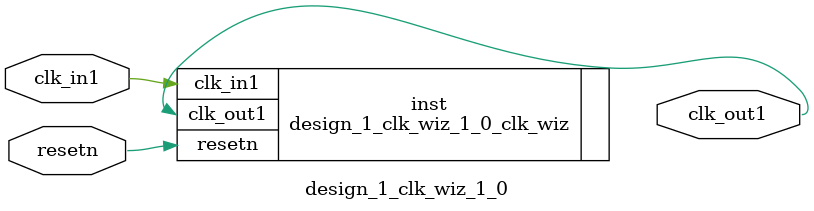
<source format=v>


`timescale 1ps/1ps

(* CORE_GENERATION_INFO = "design_1_clk_wiz_1_0,clk_wiz_v6_0_12_0_0,{component_name=design_1_clk_wiz_1_0,use_phase_alignment=true,use_min_o_jitter=false,use_max_i_jitter=false,use_dyn_phase_shift=false,use_inclk_switchover=false,use_dyn_reconfig=false,enable_axi=0,feedback_source=FDBK_AUTO,PRIMITIVE=MMCM,num_out_clk=1,clkin1_period=10.000,clkin2_period=10.000,use_power_down=false,use_reset=true,use_locked=false,use_inclk_stopped=false,feedback_type=SINGLE,CLOCK_MGR_TYPE=NA,manual_override=false}" *)

module design_1_clk_wiz_1_0 
 (
  // Clock out ports
  output        clk_out1,
  // Status and control signals
  input         resetn,
 // Clock in ports
  input         clk_in1
 );

  design_1_clk_wiz_1_0_clk_wiz inst
  (
  // Clock out ports  
  .clk_out1(clk_out1),
  // Status and control signals               
  .resetn(resetn), 
 // Clock in ports
  .clk_in1(clk_in1)
  );

endmodule

</source>
